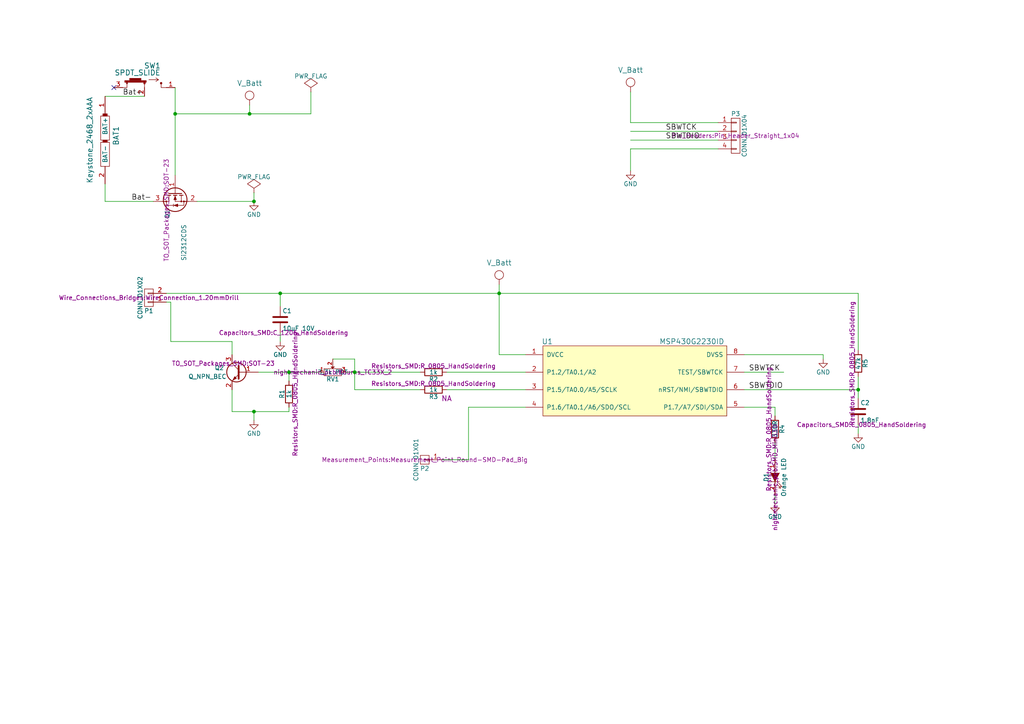
<source format=kicad_sch>
(kicad_sch (version 20230121) (generator eeschema)
  (paper "A4")
  (title_block (title "Cricket noise maker") (date "2016-09-05") (rev "0.1") (company "Nightmechanics"))
  (lib_symbols
    (symbol "Cricket-rescue:C" (pin_numbers hide) (pin_names (offset 0.254))
      (property "Reference" "C" (at 0.635 2.54 0))
      (property "Value" "C" (at 0.635 -2.54 0))
      (symbol "C_0_1"
        (polyline (pts (xy -2.032 -0.762) (xy 2.032 -0.762)) (stroke (width 0.508)))
        (polyline (pts (xy -2.032 0.762) (xy 2.032 0.762)) (stroke (width 0.508)))
      )
      (symbol "C_1_1"
        (pin passive line (at 0 3.81 270) (length 2.794) (name "~") (number "1"))
        (pin passive line (at 0 -3.81 90) (length 2.794) (name "~") (number "2"))
      )
    )
    (symbol "Cricket-rescue:CONN_01X01" (pin_names (offset 1.016) hide)
      (property "Reference" "P" (at 0 2.54 0))
      (property "Value" "CONN_01X01" (at 2.54 0 90))
      (symbol "CONN_01X01_0_1"
        (rectangle (start -1.27 0.127) (end 0.254 -0.127))
        (rectangle (start -1.27 1.27) (end 1.27 -1.27))
      )
      (symbol "CONN_01X01_1_1"
        (pin passive line (at -5.08 0 0) (length 3.81) (name "P1") (number "1"))
      )
    )
    (symbol "Cricket-rescue:CONN_01X02" (pin_names (offset 1.016) hide)
      (property "Reference" "P" (at 0 3.81 0))
      (property "Value" "CONN_01X02" (at 2.54 0 90))
      (symbol "CONN_01X02_0_1"
        (rectangle (start -1.27 -1.143) (end 0.254 -1.397))
        (rectangle (start -1.27 1.397) (end 0.254 1.143))
        (rectangle (start -1.27 2.54) (end 1.27 -2.54))
      )
      (symbol "CONN_01X02_1_1"
        (pin passive line (at -5.08 1.27 0) (length 3.81) (name "P1") (number "1"))
        (pin passive line (at -5.08 -1.27 0) (length 3.81) (name "P2") (number "2"))
      )
    )
    (symbol "Cricket-rescue:CONN_01X04" (pin_names (offset 1.016) hide)
      (property "Reference" "P" (at 0 6.35 0))
      (property "Value" "CONN_01X04" (at 2.54 0 90))
      (symbol "CONN_01X04_0_1"
        (rectangle (start -1.27 -3.683) (end 0.254 -3.937))
        (rectangle (start -1.27 -1.143) (end 0.254 -1.397))
        (rectangle (start -1.27 1.397) (end 0.254 1.143))
        (rectangle (start -1.27 3.937) (end 0.254 3.683))
        (rectangle (start -1.27 5.08) (end 1.27 -5.08))
      )
      (symbol "CONN_01X04_1_1"
        (pin passive line (at -5.08 3.81 0) (length 3.81) (name "P1") (number "1"))
        (pin passive line (at -5.08 1.27 0) (length 3.81) (name "P2") (number "2"))
        (pin passive line (at -5.08 -1.27 0) (length 3.81) (name "P3") (number "3"))
        (pin passive line (at -5.08 -3.81 0) (length 3.81) (name "P4") (number "4"))
      )
    )
    (symbol "Cricket-rescue:GND" (power) (pin_names (offset 0))
      (property "Value" "GND" (at 0 -3.81 0))
      (symbol "GND_0_1"
        (polyline (pts (xy 0 0) (xy 0 -1.27) (xy 1.27 -1.27) (xy 0 -2.54) (xy -1.27 -1.27) (xy 0 -1.27)))
      )
      (symbol "GND_1_1"
        (pin power_in line (at 0 0 270) (length 0) hide (name "GND") (number "1"))
      )
    )
    (symbol "Cricket-rescue:Keystone_2468_2xAAA" (pin_names (offset 1.016))
      (property "Reference" "BAT" (at 3.175 1.27 90))
      (property "Value" "Keystone_2468_2xAAA" (at -4.445 0 90))
      (symbol "Keystone_2468_2xAAA_0_1"
        (rectangle (start -1.27 -7.62) (end 1.27 -0.635))
        (rectangle (start -1.27 6.985) (end 1.27 0))
        (rectangle (start -0.635 0) (end 0.635 -0.635) (fill (type outline)))
        (rectangle (start -0.635 7.62) (end 0.635 6.985) (fill (type outline)))
      )
      (symbol "Keystone_2468_2xAAA_1_1"
        (pin power_out line (at 0 12.7 270) (length 5.08) (name "BAT+") (number "1"))
        (pin power_out line (at 0 -12.7 90) (length 5.08) (name "BAT-") (number "2"))
      )
    )
    (symbol "Cricket-rescue:LED_A1_K2" (pin_names (offset 1.016) hide)
      (property "Reference" "D" (at 0 2.54 0))
      (property "Value" "LED_A1_K2" (at 0 -3.81 0))
      (symbol "LED_A1_K2_0_1"
        (polyline (pts (xy -1.27 1.27) (xy -1.27 -1.27)))
        (polyline (pts (xy -2.032 -0.635) (xy -3.175 -1.651) (xy -3.048 -1.016)))
        (polyline (pts (xy -1.651 -1.016) (xy -2.794 -2.032) (xy -2.667 -1.397)))
        (polyline (pts (xy 1.27 1.27) (xy -1.27 0) (xy 1.27 -1.27)) (fill (type outline)))
      )
      (symbol "LED_A1_K2_1_1"
        (pin passive line (at 5.08 0 180) (length 3.81) (name "A") (number "1"))
        (pin passive line (at -5.08 0 0) (length 3.81) (name "K") (number "2"))
      )
    )
    (symbol "Cricket-rescue:MSP430G2230ID" (pin_names (offset 1.016))
      (property "Reference" "U" (at -25.4 11.43 0))
      (property "Value" "MSP430G2230ID" (at 16.51 11.43 0))
      (symbol "MSP430G2230ID_0_1"
        (rectangle (start -26.67 10.16) (end 26.67 -10.16) (fill (type background)))
      )
      (symbol "MSP430G2230ID_1_1"
        (pin power_in line (at -31.75 7.62 0) (length 5.08) (name "DVCC") (number "1"))
        (pin bidirectional line (at -31.75 2.54 0) (length 5.08) (name "P1.2/TA0.1/A2") (number "2"))
        (pin bidirectional line (at -31.75 -2.54 0) (length 5.08) (name "P1.5/TA0.0/A5/SCLK") (number "3"))
        (pin bidirectional line (at -31.75 -7.62 0) (length 5.08) (name "P1.6/TA0.1/A6/SDO/SCL") (number "4"))
        (pin bidirectional line (at 31.75 -7.62 180) (length 5.08) (name "P1.7/A7/SDI/SDA") (number "5"))
        (pin bidirectional line (at 31.75 -2.54 180) (length 5.08) (name "nRST/NMI/SBWTDIO") (number "6"))
        (pin bidirectional line (at 31.75 2.54 180) (length 5.08) (name "TEST/SBWTCK") (number "7"))
        (pin power_in line (at 31.75 7.62 180) (length 5.08) (name "DVSS") (number "8"))
      )
    )
    (symbol "Cricket-rescue:POT" (pin_names (offset 1.016) hide)
      (property "Reference" "RV" (at 0 -2.032 0))
      (property "Value" "POT" (at 0 0 0))
      (symbol "POT_0_1"
        (rectangle (start -2.54 1.016) (end 2.54 -1.016))
        (polyline (pts (xy 0 1.016) (xy -0.508 1.524) (xy 0.508 1.524)) (fill (type outline)))
      )
      (symbol "POT_1_1"
        (pin passive line (at -3.81 0 0) (length 1.27) (name "1") (number "1"))
        (pin passive line (at 0 3.81 270) (length 2.54) (name "2") (number "2"))
        (pin passive line (at 3.81 0 180) (length 1.27) (name "3") (number "3"))
      )
    )
    (symbol "Cricket-rescue:PWR_FLAG" (power) (pin_numbers hide) (pin_names (offset 0) hide)
      (property "Value" "PWR_FLAG" (at 0 4.572 0))
      (symbol "PWR_FLAG_0_0"
        (pin power_out line (at 0 0 90) (length 0) (name "pwr") (number "1"))
      )
      (symbol "PWR_FLAG_0_1"
        (polyline (pts (xy 0 0) (xy 0 1.27) (xy -1.905 2.54) (xy 0 3.81) (xy 1.905 2.54) (xy 0 1.27)))
      )
    )
    (symbol "Cricket-rescue:Q_NMOS_GSD_BD" (pin_names (offset 0) hide)
      (property "Reference" "Q" (at 7.62 2.286 0))
      (property "Value" "Q_NMOS_GSD_BD" (at 19.812 -2.54 0))
      (symbol "Q_NMOS_GSD_BD_0_1"
        (polyline (pts (xy 0.762 -1.778) (xy 2.54 -1.778)))
        (polyline (pts (xy 0.762 -1.27) (xy 0.762 -2.286)) (stroke (width 0.254)))
        (polyline (pts (xy 0.762 0) (xy 2.54 0)))
        (polyline (pts (xy 0.762 0.508) (xy 0.762 -0.508)) (stroke (width 0.254)))
        (polyline (pts (xy 0.762 1.778) (xy 2.54 1.778)))
        (polyline (pts (xy 0.762 2.286) (xy 0.762 1.27)) (stroke (width 0.254)))
        (polyline (pts (xy 2.54 -3.81) (xy 2.54 -2.54)))
        (polyline (pts (xy 2.54 -2.54) (xy 2.54 -3.429)))
        (polyline (pts (xy 2.54 -1.778) (xy 2.54 -2.54)))
        (polyline (pts (xy 2.54 -1.778) (xy 2.54 0)))
        (polyline (pts (xy 2.54 2.54) (xy 2.54 1.778)))
        (polyline (pts (xy 2.54 3.81) (xy 2.54 2.54)))
        (polyline (pts (xy 3.302 0.508) (xy 4.064 0.508)))
        (polyline (pts (xy 0.254 1.905) (xy 0.254 -1.905) (xy 0.254 -1.905)) (stroke (width 0.254)))
        (polyline (pts (xy 2.54 -2.54) (xy 3.683 -2.54) (xy 3.683 -0.762)))
        (polyline (pts (xy 1.016 0) (xy 2.032 0.381) (xy 2.032 -0.381) (xy 1.016 0)) (fill (type outline)))
        (polyline (pts (xy 3.302 -0.762) (xy 4.064 -0.762) (xy 3.683 0.381) (xy 3.302 -0.762)) (fill (type outline)))
        (polyline (pts (xy 3.683 0.508) (xy 3.683 2.54) (xy 2.54 2.54) (xy 2.54 3.556)))
        (circle (center 2.032 0) (radius 3.429) (stroke (width 0.254)))
        (circle (center 2.54 -2.54) (radius 0.1778) (fill (type outline)))
        (circle (center 2.54 -1.778) (radius 0.1778) (fill (type outline)))
        (circle (center 2.54 2.54) (radius 0.1778) (fill (type outline)))
      )
      (symbol "Q_NMOS_GSD_BD_1_1"
        (pin input line (at -5.08 0 0) (length 5.334) (name "G") (number "1"))
        (pin passive line (at 2.54 -6.35 90) (length 2.54) (name "S") (number "2"))
        (pin passive line (at 2.54 6.35 270) (length 2.54) (name "D") (number "3"))
      )
    )
    (symbol "Cricket-rescue:Q_NPN_BEC" (pin_names (offset 0) hide)
      (property "Reference" "Q" (at 7.62 1.27 0))
      (property "Value" "Q_NPN_BEC" (at 15.24 -1.27 0))
      (symbol "Q_NPN_BEC_0_1"
        (polyline (pts (xy 0.635 0.635) (xy 2.54 2.54)))
        (polyline (pts (xy 0.635 -0.635) (xy 2.54 -2.54) (xy 2.54 -2.54)))
        (polyline (pts (xy 0.635 1.905) (xy 0.635 -1.905) (xy 0.635 -1.905)) (stroke (width 0.508)))
        (polyline (pts (xy 1.27 -1.778) (xy 1.778 -1.27) (xy 2.286 -2.286) (xy 1.27 -1.778) (xy 1.27 -1.778)) (fill (type outline)))
        (circle (center 1.27 0) (radius 2.8194) (stroke (width 0.254)))
      )
      (symbol "Q_NPN_BEC_1_1"
        (pin input line (at -5.08 0 0) (length 5.715) (name "B") (number "1"))
        (pin passive line (at 2.54 -5.08 90) (length 2.54) (name "E") (number "2"))
        (pin passive line (at 2.54 5.08 270) (length 2.54) (name "C") (number "3"))
      )
    )
    (symbol "Cricket-rescue:R" (pin_numbers hide) (pin_names (offset 0))
      (property "Reference" "R" (at 2.032 0 90))
      (property "Value" "R" (at 0 0 90))
      (symbol "R_0_1"
        (rectangle (start -1.016 -2.54) (end 1.016 2.54) (stroke (width 0.254)))
      )
      (symbol "R_1_1"
        (pin passive line (at 0 3.81 270) (length 1.27) (name "~") (number "1"))
        (pin passive line (at 0 -3.81 90) (length 1.27) (name "~") (number "2"))
      )
    )
    (symbol "Cricket-rescue:SPDT_SLIDE" (pin_names (offset 1.016))
      (property "Reference" "SW" (at -2.286 6.35 0))
      (property "Value" "SPDT_SLIDE" (at 2.032 4.318 0))
      (symbol "SPDT_SLIDE_0_1"
        (circle (center -4.826 1.27) (radius 0.254) (fill (type outline)))
        (rectangle (start -0.508 2.032) (end 5.715 1.524) (fill (type outline)))
        (polyline (pts (xy -4.064 2.286) (xy -3.302 2.794)))
        (polyline (pts (xy 0 0) (xy 0 1.016)))
        (polyline (pts (xy -6.35 0) (xy -4.826 0) (xy -4.826 1.016)))
        (polyline (pts (xy -1.27 2.286) (xy -4.064 2.286) (xy -3.302 1.778)))
        (polyline (pts (xy 6.35 0) (xy 5.08 0) (xy 5.08 1.27)))
        (circle (center 0 1.27) (radius 0.254) (fill (type outline)))
        (rectangle (start 1.016 2.667) (end 4.318 2.159) (fill (type outline)))
        (circle (center 5.08 1.27) (radius 0.1778) (fill (type outline)))
      )
      (symbol "SPDT_SLIDE_1_1"
        (pin passive line (at -8.89 0 0) (length 2.54) (name "~") (number "1"))
        (pin passive line (at 0 -2.54 90) (length 2.54) (name "~") (number "2"))
        (pin passive line (at 8.89 0 180) (length 2.54) (name "~") (number "3"))
      )
    )
    (symbol "Cricket-rescue:V_Batt" (power) (pin_names (offset 0))
      (property "Value" "V_Batt" (at 0 5.588 0))
      (symbol "V_Batt_0_1"
        (polyline (pts (xy 0 1.524) (xy 0 0)))
        (circle (center 0 2.794) (radius 1.27))
      )
      (symbol "V_Batt_1_1"
        (pin power_in line (at 0 0 90) (length 0) hide (name "V_Batt") (number "1"))
      )
    )
  )
  (junction (at 73.66 58.42))
  (junction (at 73.66 119.38))
  (junction (at 144.78 85.09))
  (junction (at 50.8 33.02))
  (junction (at 81.28 85.09))
  (junction (at 102.87 107.95))
  (junction (at 83.82 107.95))
  (junction (at 72.39 33.02))
  (junction (at 248.92 113.03))
  (no_connect (at 33.02 25.4))
  (wire (pts (xy 208.28 38.1) (xy 182.88 38.1)))
  (wire (pts (xy 81.28 88.9) (xy 81.28 85.09)))
  (wire (pts (xy 83.82 107.95) (xy 92.71 107.95)))
  (wire (pts (xy 50.8 33.02) (xy 50.8 50.8)))
  (wire (pts (xy 90.17 33.02) (xy 90.17 26.67)))
  (wire (pts (xy 73.66 119.38) (xy 83.82 119.38)))
  (wire (pts (xy 96.52 104.14) (xy 102.87 104.14)))
  (wire (pts (xy 72.39 33.02) (xy 90.17 33.02)))
  (wire (pts (xy 67.31 113.03) (xy 67.31 119.38)))
  (wire (pts (xy 224.79 118.11) (xy 224.79 120.65)))
  (wire (pts (xy 50.8 33.02) (xy 72.39 33.02)))
  (wire (pts (xy 81.28 96.52) (xy 81.28 99.06)))
  (wire (pts (xy 83.82 110.49) (xy 83.82 107.95)))
  (wire (pts (xy 67.31 99.06) (xy 49.53 99.06)))
  (wire (pts (xy 152.4 107.95) (xy 129.54 107.95)))
  (wire (pts (xy 67.31 102.87) (xy 67.31 99.06)))
  (wire (pts (xy 208.28 35.56) (xy 182.88 35.56)))
  (wire (pts (xy 248.92 109.22) (xy 248.92 113.03)))
  (wire (pts (xy 238.76 102.87) (xy 238.76 104.14)))
  (wire (pts (xy 208.28 43.18) (xy 182.88 43.18)))
  (wire (pts (xy 83.82 119.38) (xy 83.82 118.11)))
  (wire (pts (xy 81.28 85.09) (xy 144.78 85.09)))
  (wire (pts (xy 49.53 87.63) (xy 48.26 87.63)))
  (wire (pts (xy 224.79 143.51) (xy 224.79 146.05)))
  (wire (pts (xy 102.87 107.95) (xy 121.92 107.95)))
  (wire (pts (xy 215.9 118.11) (xy 224.79 118.11)))
  (wire (pts (xy 135.89 118.11) (xy 135.89 133.35)))
  (wire (pts (xy 144.78 102.87) (xy 152.4 102.87)))
  (wire (pts (xy 67.31 119.38) (xy 73.66 119.38)))
  (wire (pts (xy 74.93 107.95) (xy 83.82 107.95)))
  (wire (pts (xy 215.9 107.95) (xy 227.33 107.95)))
  (wire (pts (xy 152.4 118.11) (xy 135.89 118.11)))
  (wire (pts (xy 208.28 40.64) (xy 182.88 40.64)))
  (wire (pts (xy 248.92 113.03) (xy 248.92 115.57)))
  (wire (pts (xy 57.15 58.42) (xy 73.66 58.42)))
  (wire (pts (xy 215.9 102.87) (xy 238.76 102.87)))
  (wire (pts (xy 48.26 85.09) (xy 81.28 85.09)))
  (wire (pts (xy 50.8 25.4) (xy 50.8 33.02)))
  (wire (pts (xy 73.66 121.92) (xy 73.66 119.38)))
  (wire (pts (xy 248.92 123.19) (xy 248.92 125.73)))
  (wire (pts (xy 30.48 58.42) (xy 44.45 58.42)))
  (wire (pts (xy 100.33 107.95) (xy 102.87 107.95)))
  (wire (pts (xy 41.91 27.94) (xy 30.48 27.94)))
  (wire (pts (xy 248.92 85.09) (xy 248.92 101.6)))
  (wire (pts (xy 73.66 58.42) (xy 73.66 55.88)))
  (wire (pts (xy 215.9 113.03) (xy 248.92 113.03)))
  (wire (pts (xy 30.48 53.34) (xy 30.48 58.42)))
  (wire (pts (xy 182.88 35.56) (xy 182.88 26.67)))
  (wire (pts (xy 135.89 133.35) (xy 128.27 133.35)))
  (wire (pts (xy 144.78 85.09) (xy 248.92 85.09)))
  (wire (pts (xy 102.87 113.03) (xy 121.92 113.03)))
  (wire (pts (xy 182.88 43.18) (xy 182.88 49.53)))
  (wire (pts (xy 102.87 104.14) (xy 102.87 107.95)))
  (wire (pts (xy 144.78 85.09) (xy 144.78 102.87)))
  (wire (pts (xy 72.39 30.48) (xy 72.39 33.02)))
  (wire (pts (xy 129.54 113.03) (xy 152.4 113.03)))
  (wire (pts (xy 224.79 128.27) (xy 224.79 133.35)))
  (wire (pts (xy 102.87 107.95) (xy 102.87 113.03)))
  (wire (pts (xy 144.78 82.55) (xy 144.78 85.09)))
  (wire (pts (xy 49.53 99.06) (xy 49.53 87.63)))
  (label "SBWTDIO" (at 193.04 40.64 0) (effects (font (size 1.524 1.524))))
  (label "Bat-" (at 38.1 58.42 0) (effects (font (size 1.524 1.524))))
  (label "SBWTDIO" (at 217.17 113.03 0) (effects (font (size 1.524 1.524))))
  (label "Bat+" (at 35.56 27.94 0) (effects (font (size 1.524 1.524))))
  (label "SBWTCK" (at 217.17 107.95 0) (effects (font (size 1.524 1.524))))
  (label "SBWTCK" (at 193.04 38.1 0) (effects (font (size 1.524 1.524))))
  (symbol (lib_id "Cricket-rescue:Keystone_2468_2xAAA") (at 30.48 40.64 0) (unit 1)
    (property "Reference" "BAT1" (at 33.655 39.37 90) (effects (font (size 1.524 1.524))))
    (property "Value" "Keystone_2468_2xAAA" (at 26.035 40.64 90) (effects (font (size 1.524 1.524))))
    (property "Footprint" "nightmechanic_pcb:Keystone_2468_no_mnt_holes" (effects hide))
    (property "Datasheet" "http://www.keyelco.com/product-pdf.cfm?p=1033" (effects hide))
  )
  (symbol (lib_id "Cricket-rescue:SPDT_SLIDE") (at 41.91 25.4 0) (mirror y) (unit 1)
    (property "Reference" "SW1" (at 44.196 19.05 0) (effects (font (size 1.524 1.524))))
    (property "Value" "SPDT_SLIDE" (at 39.878 21.082 0) (effects (font (size 1.524 1.524))))
    (property "Footprint" "nightmechanic_pcb:ALPS_SSSS810701" (effects hide))
  )
  (symbol (lib_id "Cricket-rescue:Q_NMOS_GSD_BD") (at 50.8 55.88 90) (mirror x) (unit 1)
    (property "Reference" "Q1" (at 48.514 63.5 0) (effects (justify right)))
    (property "Value" "Si2312CDS" (at 53.34 75.692 0) (effects (justify right)))
    (property "Footprint" "TO_SOT_Packages_SMD:SOT-23" (at 48.26 60.96 0))
  )
  (symbol (lib_id "Cricket-rescue:GND") (at 73.66 58.42 0) (unit 1)
    (property "Reference" "#PWR01" (effects hide))
    (property "Value" "GND" (at 73.66 62.23 0))
  )
  (symbol (lib_id "Cricket-rescue:MSP430G2230ID") (at 184.15 110.49 0) (unit 1)
    (property "Reference" "U1" (at 158.75 99.06 0) (effects (font (size 1.524 1.524))))
    (property "Value" "MSP430G2230ID" (at 200.66 99.06 0) (effects (font (size 1.524 1.524))))
    (property "Footprint" "nightmechanic_pcb:TI-D-SOIC-8" (effects hide))
    (property "Datasheet" "http://www.ti.com/lit/ds/symlink/msp430g2230.pdf" (effects hide))
  )
  (symbol (lib_id "Cricket-rescue:GND") (at 238.76 104.14 0) (unit 1)
    (property "Reference" "#PWR02" (effects hide))
    (property "Value" "GND" (at 238.76 107.95 0))
  )
  (symbol (lib_id "Cricket-rescue:R") (at 248.92 105.41 0) (unit 1)
    (property "Reference" "R5" (at 250.952 105.41 90))
    (property "Value" "47k" (at 248.92 105.41 90))
    (property "Footprint" "Resistors_SMD:R_0805_HandSoldering" (at 247.142 105.41 90))
  )
  (symbol (lib_id "Cricket-rescue:C") (at 248.92 119.38 0) (unit 1)
    (property "Reference" "C2" (at 249.555 116.84 0) (effects (justify left)))
    (property "Value" "1.8nF" (at 249.555 121.92 0) (effects (justify left)))
    (property "Footprint" "Capacitors_SMD:C_0805_HandSoldering" (at 249.8852 123.19 0))
  )
  (symbol (lib_id "Cricket-rescue:GND") (at 248.92 125.73 0) (unit 1)
    (property "Reference" "#PWR03" (effects hide))
    (property "Value" "GND" (at 248.92 129.54 0))
  )
  (symbol (lib_id "Cricket-rescue:R") (at 125.73 107.95 270) (unit 1)
    (property "Reference" "R2" (at 125.73 109.982 90))
    (property "Value" "1k" (at 125.73 107.95 90))
    (property "Footprint" "Resistors_SMD:R_0805_HandSoldering" (at 125.73 106.172 90))
  )
  (symbol (lib_id "Cricket-rescue:R") (at 125.73 113.03 270) (unit 1)
    (property "Reference" "R3" (at 125.73 115.062 90))
    (property "Value" "1k" (at 125.73 113.03 90))
    (property "Footprint" "Resistors_SMD:R_0805_HandSoldering" (at 125.73 111.252 90))
    (property "Assembly" "NA" (at 129.54 115.57 90) (effects (font (size 1.524 1.524))))
  )
  (symbol (lib_id "Cricket-rescue:R") (at 83.82 114.3 180) (unit 1)
    (property "Reference" "R1" (at 81.788 114.3 90))
    (property "Value" "1k" (at 83.82 114.3 90))
    (property "Footprint" "Resistors_SMD:R_0805_HandSoldering" (at 85.598 114.3 90))
  )
  (symbol (lib_id "Cricket-rescue:Q_NPN_BEC") (at 69.85 107.95 0) (mirror y) (unit 1)
    (property "Reference" "Q2" (at 62.23 106.68 0) (effects (justify right)))
    (property "Value" "Q_NPN_BEC" (at 54.61 109.22 0) (effects (justify right)))
    (property "Footprint" "TO_SOT_Packages_SMD:SOT-23" (at 64.77 105.41 0))
  )
  (symbol (lib_id "Cricket-rescue:GND") (at 73.66 121.92 0) (unit 1)
    (property "Reference" "#PWR04" (effects hide))
    (property "Value" "GND" (at 73.66 125.73 0))
  )
  (symbol (lib_id "Cricket-rescue:C") (at 81.28 92.71 0) (unit 1)
    (property "Reference" "C1" (at 81.915 90.17 0) (effects (justify left)))
    (property "Value" "10uF 10V" (at 81.915 95.25 0) (effects (justify left)))
    (property "Footprint" "Capacitors_SMD:C_1206_HandSoldering" (at 82.2452 96.52 0))
  )
  (symbol (lib_id "Cricket-rescue:GND") (at 81.28 99.06 0) (unit 1)
    (property "Reference" "#PWR05" (effects hide))
    (property "Value" "GND" (at 81.28 102.87 0))
  )
  (symbol (lib_id "Cricket-rescue:POT") (at 96.52 107.95 0) (unit 1)
    (property "Reference" "RV1" (at 96.52 109.982 0))
    (property "Value" "3.3k POT" (at 96.52 107.95 0))
    (property "Footprint" "nightmechanic_pcb:Bourns_TC33X_2" (at 96.52 107.95 0))
  )
  (symbol (lib_id "Cricket-rescue:CONN_01X02") (at 43.18 86.36 180) (unit 1)
    (property "Reference" "P1" (at 43.18 90.17 0))
    (property "Value" "CONN_01X02" (at 40.64 86.36 90))
    (property "Footprint" "Wire_Connections_Bridges:WireConnection_1.20mmDrill" (at 43.18 86.36 0))
  )
  (symbol (lib_id "Cricket-rescue:LED_A1_K2") (at 224.79 138.43 90) (unit 1)
    (property "Reference" "D1" (at 222.25 138.43 0))
    (property "Value" "Orange LED" (at 227.33 138.43 0))
    (property "Footprint" "nightmechanic_pcb:SMD_MiniLED" (at 224.79 138.43 0))
  )
  (symbol (lib_id "Cricket-rescue:R") (at 224.79 124.46 0) (unit 1)
    (property "Reference" "R4" (at 226.822 124.46 90))
    (property "Value" "330R" (at 224.79 124.46 90))
    (property "Footprint" "Resistors_SMD:R_0805_HandSoldering" (at 223.012 124.46 90))
  )
  (symbol (lib_id "Cricket-rescue:GND") (at 224.79 146.05 0) (unit 1)
    (property "Reference" "#PWR06" (effects hide))
    (property "Value" "GND" (at 224.79 149.86 0))
  )
  (symbol (lib_id "Cricket-rescue:CONN_01X01") (at 123.19 133.35 180) (unit 1)
    (property "Reference" "P2" (at 123.19 135.89 0))
    (property "Value" "CONN_01X01" (at 120.65 133.35 90))
    (property "Footprint" "Measurement_Points:Measurement_Point_Round-SMD-Pad_Big" (at 123.19 133.35 0))
  )
  (symbol (lib_id "Cricket-rescue:CONN_01X04") (at 213.36 39.37 0) (unit 1)
    (property "Reference" "P3" (at 213.36 33.02 0))
    (property "Value" "CONN_01X04" (at 215.9 39.37 90))
    (property "Footprint" "Pin_Headers:Pin_Header_Straight_1x04" (at 213.36 39.37 0))
  )
  (symbol (lib_id "Cricket-rescue:GND") (at 182.88 49.53 0) (unit 1)
    (property "Reference" "#PWR07" (effects hide))
    (property "Value" "GND" (at 182.88 53.34 0))
  )
  (symbol (lib_id "Cricket-rescue:PWR_FLAG") (at 73.66 55.88 0) (unit 1)
    (property "Reference" "#FLG08" (effects hide))
    (property "Value" "PWR_FLAG" (at 73.66 51.308 0))
  )
  (symbol (lib_id "Cricket-rescue:PWR_FLAG") (at 90.17 26.67 0) (unit 1)
    (property "Reference" "#FLG09" (effects hide))
    (property "Value" "PWR_FLAG" (at 90.17 22.098 0))
  )
  (symbol (lib_id "Cricket-rescue:V_Batt") (at 182.88 26.67 0) (unit 1)
    (property "Reference" "#PWR010" (effects hide))
    (property "Value" "V_Batt" (at 182.88 20.32 0) (effects (font (size 1.524 1.524))))
  )
  (symbol (lib_id "Cricket-rescue:V_Batt") (at 72.39 30.48 0) (unit 1)
    (property "Reference" "#PWR011" (effects hide))
    (property "Value" "V_Batt" (at 72.39 24.13 0) (effects (font (size 1.524 1.524))))
  )
  (symbol (lib_id "Cricket-rescue:V_Batt") (at 144.78 82.55 0) (unit 1)
    (property "Reference" "#PWR012" (effects hide))
    (property "Value" "V_Batt" (at 144.78 76.2 0) (effects (font (size 1.524 1.524))))
  )
)
</source>
